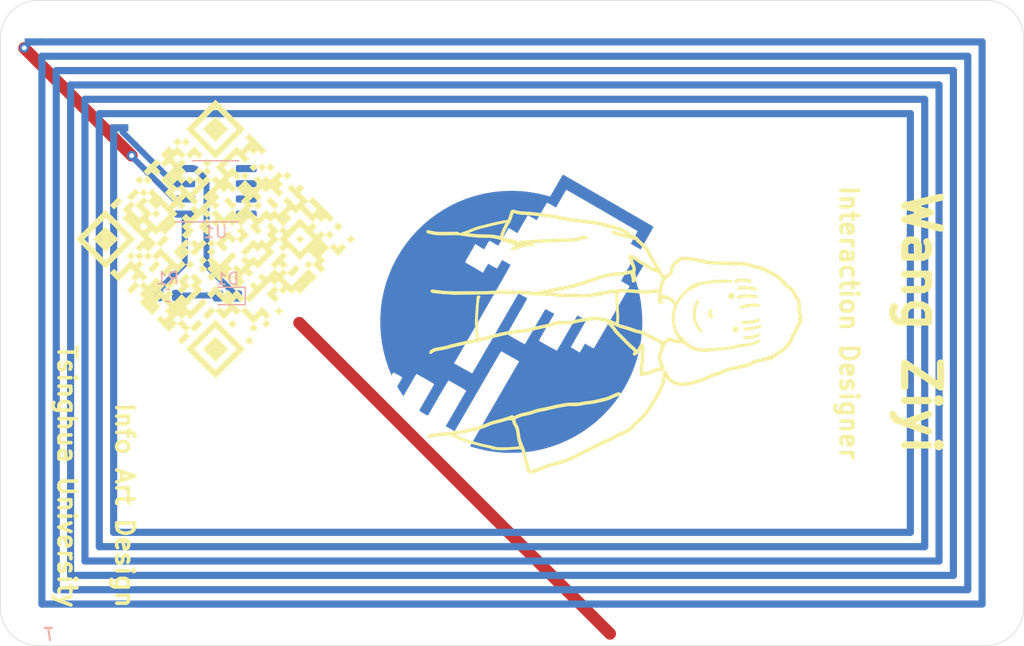
<source format=kicad_pcb>
(kicad_pcb (version 20171130) (host pcbnew "(5.1.9)-1")
  (layers (0 F.Cu signal) (31 B.Cu signal) (34 B.Paste user) (35 F.Paste user) (36 B.SilkS user) (37 F.SilkS user) (38 B.Mask user) (39 F.Mask user) (44 Edge.Cuts user))
  (net 0 "")
  (net 1 "Net-(AE1-Pad2)")
  (net 2 GND)
  (net 3 "Net-(D1-Pad2)")
  (net 4 +3V3)
  (net 5 "Net-(AE1-Pad1)")
  (net 6 "Net-(U1-Pad8)")
  (net 7 "Net-(U1-Pad7)")
  (net 8 "Net-(U1-Pad6)")
  (net 9 "Net-(U1-Pad5)")
  (module Avatars:9王紫伊 (layer F.Cu) (at 152.45 73.01 270)
    (fp_text reference G*** hide)
    (fp_text value LOGO hide)
  )
  (module Card:FutureInteractionDisconnect (layer B.Cu) (at 142.8 73.01)
    (fp_text reference G*** hide)
    (fp_text value LOGO hide)
    (fp_poly (pts (xy 0.476798 10.843159) (xy 0.984689 10.811521) (xy 1.474558 10.756716) (xy 1.960792 10.677047) (xy 2.457777 10.570817) (xy 2.578206 10.541687) (xy 3.286119 10.341214) (xy 3.97344 10.095386) (xy 4.638474 9.805974) (xy 5.279524 9.474753) (xy 5.894894 9.103496) (xy 6.482888 8.693976) (xy 7.04181 8.247968) (xy 7.569964 7.767244) (xy 8.065655 7.253579) (xy 8.527185 6.708745) (xy 8.952859 6.134517) (xy 9.340981 5.532667) (xy 9.689855 4.90497) (xy 9.997785 4.253199) (xy 10.263075 3.579127) (xy 10.484028 2.884529) (xy 10.658949 2.171177) (xy 10.67963 2.0701) (xy 10.801638 1.330457) (xy 10.873378 0.58695) (xy 10.894846 -0.158117) (xy 10.866035 -0.902439) (xy 10.78694 -1.643714) (xy 10.690058 -2.219732) (xy 10.635958 -2.496365) (xy 10.687195 -2.601827) (xy 10.738433 -2.707288) (xy 10.642725 -2.76237) (xy 10.57361 -2.813266) (xy 10.538395 -2.874747) (xy 10.529264 -2.912089) (xy 10.51508 -2.972243) (xy 10.489173 -3.068151) (xy 10.455095 -3.187118) (xy 10.416403 -3.316451) (xy 10.412243 -3.330031) (xy 10.312976 -3.653336) (xy 10.692223 -4.309184) (xy 11.071471 -4.965031) (xy 10.964985 -5.030828) (xy 10.903142 -5.068253) (xy 10.809179 -5.124154) (xy 10.694928 -5.191533) (xy 10.57222 -5.263392) (xy 10.547784 -5.277639) (xy 10.237069 -5.458652) (xy 10.137689 -5.288376) (xy 9.967675 -4.996343) (xy 9.808924 -4.722203) (xy 9.66303 -4.468783) (xy 9.531585 -4.23891) (xy 9.416183 -4.03541) (xy 9.318418 -3.861108) (xy 9.239884 -3.718833) (xy 9.182173 -3.61141) (xy 9.146879 -3.541665) (xy 9.135596 -3.512425) (xy 9.136046 -3.511716) (xy 9.164063 -3.496979) (xy 9.227852 -3.461062) (xy 9.3194 -3.408548) (xy 9.430696 -3.344018) (xy 9.4996 -3.303792) (xy 9.637811 -3.221258) (xy 9.735593 -3.15862) (xy 9.797636 -3.112437) (xy 9.828633 -3.079266) (xy 9.834027 -3.058465) (xy 9.820177 -3.029499) (xy 9.782837 -2.960241) (xy 9.723931 -2.854025) (xy 9.645384 -2.714183) (xy 9.549119 -2.544049) (xy 9.437062 -2.346956) (xy 9.311138 -2.126238) (xy 9.173271 -1.885229) (xy 9.025385 -1.62726) (xy 8.869405 -1.355667) (xy 8.707256 -1.073782) (xy 8.540863 -0.784938) (xy 8.372149 -0.49247) (xy 8.20304 -0.199709) (xy 8.03546 0.090009) (xy 7.871334 0.373352) (xy 7.712586 0.646987) (xy 7.561141 0.907579) (xy 7.418924 1.151796) (xy 7.287859 1.376305) (xy 7.16987 1.577771) (xy 7.066883 1.752862) (xy 6.980822 1.898244) (xy 6.913611 2.010584) (xy 6.867176 2.086548) (xy 6.84344 2.122803) (xy 6.840974 2.125466) (xy 6.808278 2.117555) (xy 6.738414 2.0862) (xy 6.637449 2.034628) (xy 6.511448 1.966064) (xy 6.36648 1.883737) (xy 6.208612 1.790872) (xy 6.183242 1.77566) (xy 6.105384 1.728857) (xy 5.894063 2.096329) (xy 5.823088 2.218199) (xy 5.760368 2.322976) (xy 5.710386 2.403401) (xy 5.677625 2.452217) (xy 5.667121 2.463723) (xy 5.637825 2.451453) (xy 5.575043 2.418207) (xy 5.487566 2.36919) (xy 5.384183 2.309608) (xy 5.273686 2.244664) (xy 5.164865 2.179564) (xy 5.066509 2.119512) (xy 4.98741 2.069714) (xy 4.936358 2.035373) (xy 4.92158 2.02229) (xy 4.933833 1.99713) (xy 4.969152 1.932263) (xy 5.025133 1.83193) (xy 5.09937 1.700376) (xy 5.189458 1.541844) (xy 5.29299 1.360577) (xy 5.407561 1.160818) (xy 5.530766 0.946812) (xy 5.55997 0.896198) (xy 5.684526 0.680078) (xy 5.80079 0.477699) (xy 5.906391 0.293234) (xy 5.998957 0.130856) (xy 6.076116 -0.00526) (xy 6.135498 -0.110942) (xy 6.17473 -0.182016) (xy 6.191441 -0.214307) (xy 6.191837 -0.215823) (xy 6.169285 -0.229211) (xy 6.111795 -0.262713) (xy 6.028445 -0.311082) (xy 5.928313 -0.369071) (xy 5.820475 -0.43143) (xy 5.714011 -0.492914) (xy 5.617997 -0.548273) (xy 5.541511 -0.592261) (xy 5.493632 -0.61963) (xy 5.483312 -0.625412) (xy 5.468283 -0.605464) (xy 5.430101 -0.545036) (xy 5.370888 -0.447717) (xy 5.292762 -0.317094) (xy 5.197843 -0.156756) (xy 5.088252 0.029711) (xy 4.966108 0.238716) (xy 4.833532 0.466674) (xy 4.692643 0.709995) (xy 4.622009 0.832368) (xy 4.477601 1.082663) (xy 4.340473 1.320067) (xy 4.212756 1.540903) (xy 4.096585 1.741495) (xy 3.994093 1.918167) (xy 3.907414 2.067243) (xy 3.838682 2.185046) (xy 3.790029 2.267902) (xy 3.76359 2.312132) (xy 3.759448 2.318529) (xy 3.735327 2.310133) (xy 3.673365 2.28003) (xy 3.579841 2.231692) (xy 3.461036 2.168593) (xy 3.32323 2.094204) (xy 3.172702 2.011998) (xy 3.015732 1.925448) (xy 2.858599 1.838025) (xy 2.707584 1.753204) (xy 2.568966 1.674455) (xy 2.449025 1.605252) (xy 2.354041 1.549067) (xy 2.290293 1.509373) (xy 2.268843 1.494271) (xy 2.266979 1.47259) (xy 2.284275 1.423159) (xy 2.32229 1.342886) (xy 2.382584 1.228679) (xy 2.466716 1.07745) (xy 2.571794 0.893812) (xy 2.685372 0.697133) (xy 2.81263 0.476767) (xy 2.944466 0.248473) (xy 3.071782 0.028007) (xy 3.185479 -0.168875) (xy 3.215098 -0.220164) (xy 3.525594 -0.757828) (xy 3.167325 -0.963385) (xy 3.0277 -1.042281) (xy 2.925374 -1.096862) (xy 2.854557 -1.129721) (xy 2.809459 -1.14345) (xy 2.784291 -1.140642) (xy 2.779722 -1.13692) (xy 2.762251 -1.109847) (xy 2.721702 -1.042493) (xy 2.660279 -0.938641) (xy 2.580188 -0.802073) (xy 2.483633 -0.63657) (xy 2.372819 -0.445915) (xy 2.249951 -0.233888) (xy 2.117234 -0.004271) (xy 1.976872 0.239154) (xy 1.931765 0.3175) (xy 1.789487 0.564379) (xy 1.654156 0.798552) (xy 1.527975 1.016246) (xy 1.41315 1.21369) (xy 1.311885 1.387112) (xy 1.226383 1.53274) (xy 1.158849 1.646802) (xy 1.111487 1.725526) (xy 1.086501 1.76514) (xy 1.083621 1.768911) (xy 1.054992 1.764093) (xy 0.989356 1.736223) (xy 0.892961 1.688891) (xy 0.772051 1.625688) (xy 0.632874 1.550206) (xy 0.481675 1.466035) (xy 0.324701 1.376766) (xy 0.168198 1.285989) (xy 0.018412 1.197296) (xy -0.118411 1.114277) (xy -0.236023 1.040523) (xy -0.32818 0.979625) (xy -0.388635 0.935174) (xy -0.411141 0.91076) (xy -0.411087 0.909645) (xy -0.397314 0.882444) (xy -0.360221 0.815008) (xy -0.301931 0.711067) (xy -0.22457 0.574353) (xy -0.130263 0.408597) (xy -0.021134 0.217531) (xy 0.100691 0.004887) (xy 0.233087 -0.225605) (xy 0.37393 -0.470213) (xy 0.435504 -0.576974) (xy 0.578763 -0.825951) (xy 0.713878 -1.062143) (xy 0.838786 -1.281859) (xy 0.951428 -1.481408) (xy 1.049742 -1.657099) (xy 1.131668 -1.805241) (xy 1.195145 -1.922143) (xy 1.238112 -2.004114) (xy 1.258508 -2.047464) (xy 1.259813 -2.053333) (xy 1.230636 -2.078021) (xy 1.167549 -2.119077) (xy 1.07968 -2.171534) (xy 0.976157 -2.23043) (xy 0.866109 -2.290799) (xy 0.758664 -2.347679) (xy 0.66295 -2.396104) (xy 0.588097 -2.43111) (xy 0.543232 -2.447734) (xy 0.534867 -2.447568) (xy 0.520172 -2.423431) (xy 0.481517 -2.3577) (xy 0.420304 -2.252797) (xy 0.337934 -2.111144) (xy 0.235808 -1.935163) (xy 0.115329 -1.727276) (xy -0.022102 -1.489904) (xy -0.175083 -1.225471) (xy -0.342214 -0.936399) (xy -0.522091 -0.625108) (xy -0.713315 -0.294021) (xy -0.914482 0.054439) (xy -1.124192 0.417851) (xy -1.341043 0.793792) (xy -1.395948 0.889) (xy -1.614299 1.26758) (xy -1.825822 1.634169) (xy -2.02912 1.986351) (xy -2.222792 2.321708) (xy -2.405442 2.637825) (xy -2.575668 2.932284) (xy -2.732075 3.202668) (xy -2.873262 3.446561) (xy -2.99783 3.661546) (xy -3.104383 3.845206) (xy -3.19152 3.995124) (xy -3.257843 4.108884) (xy -3.301953 4.184069) (xy -3.322453 4.218262) (xy -3.323727 4.220125) (xy -3.347562 4.21091) (xy -3.409249 4.179884) (xy -3.502578 4.13052) (xy -3.62134 4.066293) (xy -3.759327 3.990676) (xy -3.910329 3.907143) (xy -4.068139 3.819169) (xy -4.226546 3.730228) (xy -4.379343 3.643793) (xy -4.520319 3.563339) (xy -4.643268 3.492339) (xy -4.741979 3.434268) (xy -4.810243 3.392599) (xy -4.841853 3.370808) (xy -4.842135 3.370533) (xy -4.838087 3.343162) (xy -4.810259 3.29385) (xy -4.80401 3.284947) (xy -4.780083 3.247421) (xy -4.733048 3.169482) (xy -4.664429 3.053775) (xy -4.575747 2.902948) (xy -4.468526 2.719647) (xy -4.344288 2.506516) (xy -4.204555 2.266204) (xy -4.05085 2.001354) (xy -3.884696 1.714615) (xy -3.707615 1.408631) (xy -3.52113 1.086049) (xy -3.326763 0.749515) (xy -3.126037 0.401675) (xy -2.920474 0.045176) (xy -2.711598 -0.317338) (xy -2.50093 -0.683219) (xy -2.289994 -1.049821) (xy -2.080311 -1.414499) (xy -1.873405 -1.774607) (xy -1.670798 -2.127497) (xy -1.474012 -2.470525) (xy -1.28457 -2.801044) (xy -1.103995 -3.116407) (xy -0.93381 -3.41397) (xy -0.775536 -3.691085) (xy -0.630696 -3.945107) (xy -0.500814 -4.173389) (xy -0.387411 -4.373286) (xy -0.29201 -4.542152) (xy -0.216134 -4.677339) (xy -0.161306 -4.776203) (xy -0.129047 -4.836097) (xy -0.12055 -4.854481) (xy -0.148094 -4.872927) (xy -0.20966 -4.910308) (xy -0.296 -4.96131) (xy -0.397867 -5.020616) (xy -0.506014 -5.08291) (xy -0.611194 -5.142878) (xy -0.70416 -5.195204) (xy -0.775665 -5.234572) (xy -0.816461 -5.255667) (xy -0.822178 -5.2578) (xy -0.838059 -5.236966) (xy -0.874508 -5.179447) (xy -0.926976 -5.092712) (xy -0.990913 -4.984229) (xy -1.032724 -4.912095) (xy -1.102552 -4.79303) (xy -1.165122 -4.690318) (xy -1.215493 -4.611763) (xy -1.248727 -4.565171) (xy -1.258171 -4.55588) (xy -1.288054 -4.564389) (xy -1.35364 -4.59469) (xy -1.446906 -4.642711) (xy -1.559832 -4.70438) (xy -1.637655 -4.748519) (xy -1.990869 -4.951668) (xy -2.149317 -4.679284) (xy -2.217631 -4.562121) (xy -2.283393 -4.449812) (xy -2.338709 -4.355815) (xy -2.373162 -4.297784) (xy -2.438558 -4.188668) (xy -2.546429 -4.262275) (xy -2.597072 -4.294445) (xy -2.684832 -4.3476) (xy -2.80268 -4.417593) (xy -2.943589 -4.500277) (xy -3.100528 -4.591503) (xy -3.2639 -4.68565) (xy -3.424814 -4.778382) (xy -3.572138 -4.864052) (xy -3.699845 -4.939097) (xy -3.80191 -4.999949) (xy -3.872307 -5.043043) (xy -3.90501 -5.064814) (xy -3.905734 -5.065449) (xy -3.910202 -5.082339) (xy -3.901796 -5.116628) (xy -3.878477 -5.17232) (xy -3.838203 -5.25342) (xy -3.778934 -5.363933) (xy -3.698629 -5.507865) (xy -3.595247 -5.68922) (xy -3.531084 -5.800695) (xy -3.432139 -5.972688) (xy -3.341858 -6.130582) (xy -3.263264 -6.269015) (xy -3.19938 -6.382622) (xy -3.153231 -6.466041) (xy -3.127838 -6.513907) (xy -3.123812 -6.523205) (xy -3.111402 -6.557575) (xy -3.100951 -6.57599) (xy -3.080344 -6.590961) (xy -3.043599 -6.583451) (xy -2.980525 -6.550329) (xy -2.942589 -6.52732) (xy -2.749686 -6.408294) (xy -2.597127 -6.315195) (xy -2.482465 -6.246571) (xy -2.403252 -6.200974) (xy -2.357039 -6.176953) (xy -2.343024 -6.1722) (xy -2.324092 -6.193152) (xy -2.285107 -6.251056) (xy -2.230736 -6.338485) (xy -2.165646 -6.448011) (xy -2.120011 -6.527164) (xy -2.050271 -6.647126) (xy -1.987949 -6.749842) (xy -1.937776 -6.827859) (xy -1.904486 -6.873724) (xy -1.894188 -6.882764) (xy -1.865233 -6.870804) (xy -1.800524 -6.837362) (xy -1.708056 -6.786776) (xy -1.595824 -6.723386) (xy -1.520929 -6.6802) (xy -1.401491 -6.611244) (xy -1.297982 -6.552313) (xy -1.218106 -6.507727) (xy -1.169566 -6.481804) (xy -1.158573 -6.477) (xy -1.141528 -6.497567) (xy -1.104805 -6.553403) (xy -1.053996 -6.635708) (xy -1.001138 -6.72465) (xy -0.943078 -6.823665) (xy -0.865712 -6.955218) (xy -0.775624 -7.108136) (xy -0.679395 -7.271248) (xy -0.583609 -7.433381) (xy -0.567759 -7.460184) (xy -0.279207 -7.948068) (xy 0.455887 -7.523734) (xy 0.866825 -8.238617) (xy 0.967402 -8.413009) (xy 1.060911 -8.574047) (xy 1.144103 -8.716219) (xy 1.213727 -8.834015) (xy 1.266536 -8.921926) (xy 1.299281 -8.974441) (xy 1.307807 -8.986519) (xy 1.327383 -8.994683) (xy 1.363309 -8.987875) (xy 1.421643 -8.963388) (xy 1.508445 -8.918513) (xy 1.629772 -8.850544) (xy 1.691276 -8.815157) (xy 1.811773 -8.746037) (xy 1.916721 -8.6869) (xy 1.998341 -8.642044) (xy 2.048855 -8.615768) (xy 2.061268 -8.610688) (xy 2.077453 -8.631871) (xy 2.115688 -8.692012) (xy 2.172874 -8.78593) (xy 2.245914 -8.908443) (xy 2.331708 -9.054371) (xy 2.427158 -9.218533) (xy 2.490374 -9.32815) (xy 2.590527 -9.502048) (xy 2.682946 -9.661936) (xy 2.764507 -9.802454) (xy 2.832086 -9.918243) (xy 2.88256 -10.003945) (xy 2.912803 -10.054199) (xy 2.919983 -10.065158) (xy 2.946486 -10.059565) (xy 3.009077 -10.031782) (xy 3.100194 -9.985601) (xy 3.212271 -9.924811) (xy 3.304985 -9.872229) (xy 3.672914 -9.659841) (xy 4.531862 -11.148983) (xy 4.647181 -11.084657) (xy 4.745495 -11.029327) (xy 4.878742 -10.953582) (xy 5.043824 -10.85922) (xy 5.237643 -10.74804) (xy 5.4571 -10.62184) (xy 5.699097 -10.482418) (xy 5.960536 -10.331574) (xy 6.238318 -10.171106) (xy 6.529346 -10.002811) (xy 6.830521 -9.82849) (xy 7.138744 -9.64994) (xy 7.450919 -9.468959) (xy 7.763945 -9.287347) (xy 8.074726 -9.106902) (xy 8.380163 -8.929423) (xy 8.677157 -8.756707) (xy 8.962611 -8.590554) (xy 9.233426 -8.432762) (xy 9.486504 -8.28513) (xy 9.718747 -8.149456) (xy 9.927056 -8.027539) (xy 10.108334 -7.921176) (xy 10.259481 -7.832168) (xy 10.377401 -7.762312) (xy 10.458993 -7.713406) (xy 10.501161 -7.68725) (xy 10.506485 -7.683316) (xy 10.497286 -7.654357) (xy 10.46572 -7.588192) (xy 10.415246 -7.49136) (xy 10.349323 -7.3704) (xy 10.271409 -7.231851) (xy 10.224413 -7.150028) (xy 10.141958 -7.005108) (xy 10.070332 -6.874558) (xy 10.012842 -6.7648) (xy 9.972795 -6.682257) (xy 9.9535 -6.63335) (xy 9.953021 -6.623018) (xy 9.980019 -6.604656) (xy 10.041235 -6.567003) (xy 10.128288 -6.514927) (xy 10.232797 -6.453294) (xy 10.346382 -6.386968) (xy 10.460661 -6.320818) (xy 10.567255 -6.259708) (xy 10.657782 -6.208505) (xy 10.723862 -6.172076) (xy 10.757113 -6.155285) (xy 10.759427 -6.154793) (xy 10.772426 -6.177069) (xy 10.808159 -6.238814) (xy 10.864001 -6.335479) (xy 10.937327 -6.462514) (xy 11.025512 -6.615372) (xy 11.12593 -6.789503) (xy 11.235957 -6.980358) (xy 11.302268 -7.095411) (xy 11.424496 -7.308908) (xy 11.534096 -7.503137) (xy 11.62898 -7.674229) (xy 11.707058 -7.818311) (xy 11.766244 -7.931512) (xy 11.804449 -8.009962) (xy 11.819584 -8.049789) (xy 11.819201 -8.053758) (xy 11.793341 -8.070444) (xy 11.726342 -8.110703) (xy 11.620964 -8.172945) (xy 11.479967 -8.255581) (xy 11.306114 -8.35702) (xy 11.102164 -8.475674) (xy 10.870878 -8.609951) (xy 10.615018 -8.758263) (xy 10.337343 -8.91902) (xy 10.040614 -9.090632) (xy 9.727593 -9.27151) (xy 9.40104 -9.460063) (xy 9.063716 -9.654702) (xy 8.718381 -9.853837) (xy 8.367797 -10.055878) (xy 8.014724 -10.259236) (xy 7.661922 -10.462322) (xy 7.312153 -10.663544) (xy 6.968178 -10.861314) (xy 6.632756 -11.054042) (xy 6.30865 -11.240138) (xy 5.998619 -11.418012) (xy 5.705424 -11.586075) (xy 5.431827 -11.742737) (xy 5.180587 -11.886409) (xy 4.954466 -12.015499) (xy 4.756225 -12.12842) (xy 4.588623 -12.22358) (xy 4.454423 -12.299391) (xy 4.356384 -12.354262) (xy 4.297268 -12.386604) (xy 4.279741 -12.3952) (xy 4.250856 -12.374613) (xy 4.20655 -12.320076) (xy 4.155381 -12.242424) (xy 4.144306 -12.22375) (xy 4.10714 -12.159655) (xy 4.048542 -12.058342) (xy 3.972437 -11.92661) (xy 3.882752 -11.771259) (xy 3.783412 -11.599088) (xy 3.678343 -11.416897) (xy 3.620006 -11.3157) (xy 3.518863 -11.140318) (xy 3.426042 -10.979555) (xy 3.344523 -10.838554) (xy 3.277283 -10.722459) (xy 3.227302 -10.636417) (xy 3.197559 -10.58557) (xy 3.190352 -10.573648) (xy 3.16546 -10.578053) (xy 3.100997 -10.593975) (xy 3.006248 -10.619014) (xy 2.890498 -10.650768) (xy 2.868982 -10.656778) (xy 2.179465 -10.824098) (xy 1.473229 -10.945348) (xy 0.755268 -11.020388) (xy 0.030576 -11.049075) (xy -0.695852 -11.031266) (xy -1.419022 -10.966818) (xy -2.13394 -10.85559) (xy -2.377149 -10.806469) (xy -3.091019 -10.628093) (xy -3.78564 -10.403717) (xy -4.459279 -10.135027) (xy -5.110204 -9.823706) (xy -5.73668 -9.47144) (xy -6.336975 -9.079914) (xy -6.909355 -8.650813) (xy -7.452089 -8.185823) (xy -7.963441 -7.686626) (xy -8.44168 -7.15491) (xy -8.885073 -6.592358) (xy -9.291885 -6.000657) (xy -9.660384 -5.381489) (xy -9.988838 -4.736542) (xy -10.275512 -4.067499) (xy -10.518674 -3.376045) (xy -10.705417 -2.709609) (xy -10.855206 -1.996713) (xy -10.956265 -1.273971) (xy -11.008864 -0.544935) (xy -11.013276 0.186843) (xy -10.96977 0.917811) (xy -10.878618 1.644416) (xy -10.740092 2.363108) (xy -10.554461 3.070334) (xy -10.321997 3.762541) (xy -10.185078 4.109643) (xy -10.07652 4.371185) (xy -10.014684 4.26232) (xy -9.973392 4.195385) (xy -9.938334 4.148296) (xy -9.926474 4.137155) (xy -9.897913 4.144185) (xy -9.834872 4.172127) (xy -9.746552 4.215965) (xy -9.642155 4.270678) (xy -9.530883 4.331248) (xy -9.421938 4.392656) (xy -9.324521 4.449883) (xy -9.247835 4.497909) (xy -9.201081 4.531717) (xy -9.198038 4.534467) (xy -9.188641 4.552931) (xy -9.192238 4.584273) (xy -9.211619 4.634749) (xy -9.249572 4.710616) (xy -9.30889 4.818128) (xy -9.379424 4.941202) (xy -9.595673 5.315065) (xy -9.542201 5.407083) (xy -9.495868 5.484434) (xy -9.433425 5.585479) (xy -9.362038 5.698978) (xy -9.288871 5.813695) (xy -9.22109 5.918392) (xy -9.16586 6.001832) (xy -9.1313 6.051501) (xy -9.0805 6.119745) (xy -8.560943 5.216605) (xy -8.447866 5.020317) (xy -8.341986 4.837045) (xy -8.246126 4.671634) (xy -8.163107 4.52893) (xy -8.09575 4.41378) (xy -8.046879 4.33103) (xy -8.019314 4.285524) (xy -8.014843 4.27878) (xy -7.999627 4.273543) (xy -7.967701 4.280546) (xy -7.915107 4.30179) (xy -7.837885 4.339275) (xy -7.732077 4.395003) (xy -7.593726 4.470975) (xy -7.418872 4.569192) (xy -7.24535 4.667806) (xy -7.069041 4.768995) (xy -6.907678 4.862832) (xy -6.766374 4.946249) (xy -6.650242 5.016177) (xy -6.564394 5.069546) (xy -6.513942 5.103289) (xy -6.5024 5.113779) (xy -6.514744 5.139551) (xy -6.550146 5.204943) (xy -6.606162 5.305639) (xy -6.68035 5.437321) (xy -6.770267 5.595674) (xy -6.873469 5.776382) (xy -6.987512 5.975129) (xy -7.109955 6.187599) (xy -7.124863 6.213408) (xy -7.248334 6.427429) (xy -7.363912 6.628381) (xy -7.469126 6.811922) (xy -7.561504 6.973712) (xy -7.638573 7.109408) (xy -7.697861 7.214669) (xy -7.736897 7.285154) (xy -7.753209 7.316522) (xy -7.753513 7.317416) (xy -7.734805 7.33856) (xy -7.679116 7.379844) (xy -7.593686 7.436403) (xy -7.485756 7.503373) (xy -7.407105 7.550102) (xy -7.273259 7.627504) (xy -7.176164 7.68116) (xy -7.109295 7.713926) (xy -7.066124 7.728655) (xy -7.040125 7.728203) (xy -7.025798 7.716885) (xy -7.008417 7.68856) (xy -6.967898 7.620001) (xy -6.906444 7.515003) (xy -6.826258 7.377358) (xy -6.729543 7.210863) (xy -6.618502 7.01931) (xy -6.495339 6.806494) (xy -6.362256 6.576208) (xy -6.221456 6.332248) (xy -6.17358 6.249223) (xy -6.030885 6.002351) (xy -5.895079 5.768628) (xy -5.768362 5.551761) (xy -5.652934 5.355458) (xy -5.550995 5.183424) (xy -5.464744 5.039367) (xy -5.396382 4.926994) (xy -5.348109 4.850011) (xy -5.322124 4.812126) (xy -5.31873 4.8088) (xy -5.291092 4.818252) (xy -5.22652 4.849717) (xy -5.131197 4.899669) (xy -5.011306 4.964584) (xy -4.873028 5.040937) (xy -4.722548 5.125203) (xy -4.566048 5.213858) (xy -4.40971 5.303377) (xy -4.259718 5.390236) (xy -4.122254 5.470909) (xy -4.0035 5.541872) (xy -3.90964 5.599601) (xy -3.846857 5.64057) (xy -3.821332 5.661255) (xy -3.821163 5.662539) (xy -3.834986 5.686479) (xy -3.872027 5.750678) (xy -3.930125 5.851386) (xy -4.007118 5.984856) (xy -4.100845 6.147341) (xy -4.209143 6.335093) (xy -4.329851 6.544364) (xy -4.460806 6.771406) (xy -4.599848 7.012472) (xy -4.635278 7.0739) (xy -4.777342 7.320144) (xy -4.912933 7.555043) (xy -5.039747 7.774611) (xy -5.155478 7.974864) (xy -5.257823 8.151818) (xy -5.344476 8.301489) (xy -5.413132 8.419891) (xy -5.461488 8.503041) (xy -5.487237 8.546954) (xy -5.489459 8.550657) (xy -5.537891 8.630414) (xy -5.183336 8.836407) (xy -5.062378 8.905981) (xy -4.95657 8.965514) (xy -4.873764 9.010693) (xy -4.821815 9.037205) (xy -4.808341 9.042384) (xy -4.793541 9.02077) (xy -4.754785 8.957527) (xy -4.693468 8.855046) (xy -4.610985 8.715719) (xy -4.508733 8.54194) (xy -4.388107 8.3361) (xy -4.250502 8.100592) (xy -4.097313 7.837807) (xy -3.929938 7.550139) (xy -3.74977 7.239978) (xy -3.558205 6.909718) (xy -3.35664 6.56175) (xy -3.146469 6.198467) (xy -2.929089 5.822261) (xy -2.859819 5.702284) (xy -2.640444 5.322512) (xy -2.427811 4.954916) (xy -2.223316 4.601889) (xy -2.028357 4.265822) (xy -1.844333 3.949108) (xy -1.67264 3.65414) (xy -1.514676 3.38331) (xy -1.371838 3.139011) (xy -1.245525 2.923634) (xy -1.137133 2.739574) (xy -1.048061 2.589221) (xy -0.979706 2.474969) (xy -0.933465 2.39921) (xy -0.910737 2.364336) (xy -0.908677 2.3622) (xy -0.883983 2.374197) (xy -0.821417 2.407837) (xy -0.727235 2.459595) (xy -0.607691 2.525945) (xy -0.469041 2.603361) (xy -0.317539 2.688318) (xy -0.159441 2.77729) (xy -0.001002 2.866752) (xy 0.151523 2.953178) (xy 0.291879 3.033042) (xy 0.413811 3.102819) (xy 0.511064 3.158982) (xy 0.577382 3.198008) (xy 0.605815 3.21583) (xy 0.597824 3.238062) (xy 0.567109 3.28585) (xy 0.55202 3.306682) (xy 0.533848 3.33594) (xy 0.491753 3.406662) (xy 0.427202 3.516313) (xy 0.341664 3.662358) (xy 0.236609 3.842263) (xy 0.113506 4.053493) (xy -0.026177 4.293515) (xy -0.180972 4.559792) (xy -0.349408 4.849792) (xy -0.530017 5.160979) (xy -0.72133 5.490818) (xy -0.921879 5.836776) (xy -1.130194 6.196318) (xy -1.344806 6.566908) (xy -1.564248 6.946013) (xy -1.787048 7.331099) (xy -2.01174 7.71963) (xy -2.236854 8.109072) (xy -2.46092 8.49689) (xy -2.682471 8.880551) (xy -2.900037 9.257518) (xy -3.112149 9.625259) (xy -3.317339 9.981238) (xy -3.496308 10.291954) (xy -3.479985 10.309903) (xy -3.420145 10.336587) (xy -3.323004 10.370372) (xy -3.194775 10.409626) (xy -3.041674 10.452715) (xy -2.869914 10.498006) (xy -2.685711 10.543866) (xy -2.495278 10.588661) (xy -2.30483 10.63076) (xy -2.120582 10.668528) (xy -1.948748 10.700332) (xy -1.9304 10.703476) (xy -1.598835 10.755753) (xy -1.288473 10.795474) (xy -0.984184 10.823852) (xy -0.670839 10.842104) (xy -0.333305 10.851442) (xy -0.0635 10.853328) (xy 0.476798 10.843159)) (layer B.Cu) (width 0.01))
  )
  (module Card:interact.cool (layer F.Cu) (at 118 66 45)
    (fp_text reference QR hide)
    (fp_text value https://interact.cool/ hide)
  )
  (module Card:NFC-Antenna_6_79.24x47.62_0.6x0.6mm (layer B.Cu) (at 142.8 73.01)
    (fp_text reference AE1 hide)
    (fp_text value Antenna_Loop)
    (fp_line (start -39.32 -23.51) (end 39.32 -23.51) (layer B.Cu) (width 0.6))
    (fp_line (start 39.32 -23.51) (end 39.32 23.51) (layer B.Cu) (width 0.6))
    (fp_line (start 39.32 23.51) (end -39.32 23.51) (layer B.Cu) (width 0.6))
    (fp_line (start -39.32 23.51) (end -39.32 -22.31) (layer B.Cu) (width 0.6))
    (fp_line (start -39.32 -22.31) (end 38.12 -22.31) (layer B.Cu) (width 0.6))
    (fp_line (start 38.12 -22.31) (end 38.12 22.31) (layer B.Cu) (width 0.6))
    (fp_line (start 38.12 22.31) (end -38.12 22.31) (layer B.Cu) (width 0.6))
    (fp_line (start -38.12 22.31) (end -38.12 -21.11) (layer B.Cu) (width 0.6))
    (fp_line (start -38.12 -21.11) (end 36.92 -21.11) (layer B.Cu) (width 0.6))
    (fp_line (start 36.92 -21.11) (end 36.92 21.11) (layer B.Cu) (width 0.6))
    (fp_line (start 36.92 21.11) (end -36.92 21.11) (layer B.Cu) (width 0.6))
    (fp_line (start -36.92 21.11) (end -36.92 -19.91) (layer B.Cu) (width 0.6))
    (fp_line (start -36.92 -19.91) (end 35.72 -19.91) (layer B.Cu) (width 0.6))
    (fp_line (start 35.72 -19.91) (end 35.72 19.91) (layer B.Cu) (width 0.6))
    (fp_line (start 35.72 19.91) (end -35.72 19.91) (layer B.Cu) (width 0.6))
    (fp_line (start -35.72 19.91) (end -35.72 -18.71) (layer B.Cu) (width 0.6))
    (fp_line (start -35.72 -18.71) (end 34.52 -18.71) (layer B.Cu) (width 0.6))
    (fp_line (start 34.52 -18.71) (end 34.52 18.71) (layer B.Cu) (width 0.6))
    (fp_line (start 34.52 18.71) (end -34.52 18.71) (layer B.Cu) (width 0.6))
    (fp_line (start -34.52 18.71) (end -34.52 -17.51) (layer B.Cu) (width 0.6))
    (fp_line (start -34.52 -17.51) (end 33.32 -17.51) (layer B.Cu) (width 0.6))
    (fp_line (start 33.32 -17.51) (end 33.32 17.51) (layer B.Cu) (width 0.6))
    (fp_line (start 33.32 17.51) (end -33.32 17.51) (layer B.Cu) (width 0.6))
    (fp_line (start -33.32 17.51) (end -33.32 -16.31) (layer B.Cu) (width 0.6))
    (pad 2 smd rect (at -40 -23.51) (size 1.524 0.6) (layers B.Cu) (net 1 "Net-(AE1-Pad2)"))
    (pad 1 smd rect (at -32.85 -16.325) (size 1.524 0.6) (layers B.Cu) (net 5 "Net-(AE1-Pad1)"))
  )
  (module Package_SO:SO-8_3.9x4.9mm_P1.27mm (layer B.Cu) (at 118 62)
    (fp_text reference U1 (at 0 3.4) (layer B.SilkS) (effects (justify mirror)))
    (fp_text value M24LR04E-R)
    (pad 8 smd roundrect (at 2.575 1.905) (size 1.75 0.6) (layers B.Cu B.Paste B.Mask) (net 6 "Net-(U1-Pad8)"))
    (pad 7 smd roundrect (at 2.575 0.635) (size 1.75 0.6) (layers B.Cu B.Paste B.Mask) (net 7 "Net-(U1-Pad7)"))
    (pad 6 smd roundrect (at 2.575 -0.635) (size 1.75 0.6) (layers B.Cu B.Paste B.Mask) (net 8 "Net-(U1-Pad6)"))
    (pad 5 smd roundrect (at 2.575 -1.905) (size 1.75 0.6) (layers B.Cu B.Paste B.Mask) (net 9 "Net-(U1-Pad5)"))
    (pad 4 smd roundrect (at -2.575 -1.905) (size 1.75 0.6) (layers B.Cu B.Paste B.Mask) (net 2 GND))
    (pad 3 smd roundrect (at -2.575 -0.635) (size 1.75 0.6) (layers B.Cu B.Paste B.Mask) (net 5 "Net-(AE1-Pad1)"))
    (pad 2 smd roundrect (at -2.575 0.635) (size 1.75 0.6) (layers B.Cu B.Paste B.Mask) (net 1 "Net-(AE1-Pad2)"))
    (pad 1 smd roundrect (at -2.575 1.905) (size 1.75 0.6) (layers B.Cu B.Paste B.Mask) (net 4 +3V3))
  )
  (module Resistor_SMD:R_0603_1608Metric (layer B.Cu) (at 114 70.71 180)
    (fp_text reference R1 (at 0 1.43) (layer B.SilkS) (effects (justify mirror)))
    (fp_text value R)
    (pad 2 smd roundrect (at 0.7875 0 180) (size 0.875 0.95) (layers B.Cu B.Paste B.Mask) (net 4 +3V3))
    (pad 1 smd roundrect (at -0.7875 0 180) (size 0.875 0.95) (layers B.Cu B.Paste B.Mask) (net 3 "Net-(D1-Pad2)"))
  )
  (module LED_SMD:LED_0603_1608Metric (layer B.Cu) (at 119 70.75 180)
    (fp_text reference D1 (at 0 1.43) (layer B.SilkS) (effects (justify mirror)))
    (fp_text value LED)
    (pad 2 smd roundrect (at 0.7875 0 180) (size 0.875 0.95) (layers B.Cu B.Paste B.Mask) (net 3 "Net-(D1-Pad2)"))
    (pad 1 smd roundrect (at -0.7875 0 180) (size 0.875 0.95) (layers B.Cu B.Paste B.Mask) (net 2 GND))
  )
  (gr_text T (at 104.14 99.06) (layer B.SilkS) (effects (font (size 1 1) (thickness 0.2) italic) (justify mirror)))
  (gr_text "Info Art Design\n\nTsinghua University" (at 108 97 270) (layer F.SilkS) (effects (font (size 1.5 1.5) (thickness 0.3)) (justify right)))
  (gr_text "Interaction Designer" (at 171 73 -90) (layer F.SilkS) (effects (font (size 1.5 1.5) (thickness 0.3))))
  (gr_text "Wang Ziyi" (at 177 73 -90) (layer F.SilkS) (effects (font (size 3 3) (thickness 0.6))))
  (gr_line (start 103.18 100) (end 182.42 100) (layer Edge.Cuts) (width 0.05))
  (gr_line (start 185.6 49.2) (end 185.6 96.82) (layer Edge.Cuts) (width 0.05))
  (gr_line (start 100 49.2) (end 100 96.82) (layer Edge.Cuts) (width 0.05))
  (gr_line (start 103.18 46.02) (end 182.42 46.02) (layer Edge.Cuts) (width 0.05))
  (gr_arc (start 103.18 49.2) (end 103.18 46.02) (angle -90) (layer Edge.Cuts) (width 0.05))
  (gr_arc (start 182.42 49.2) (end 185.6 49.2) (angle -90) (layer Edge.Cuts) (width 0.05))
  (gr_arc (start 103.18 96.82) (end 100 96.82) (angle -90) (layer Edge.Cuts) (width 0.05))
  (gr_arc (start 182.42 96.82) (end 182.42 100) (angle -90) (layer Edge.Cuts) (width 0.05))
  (segment (start 125 73) (end 151 99) (width 1) (layer F.Cu) (net 0))
  (via (at 110.991459 59.008541) (size 0.8) (drill 0.4) (layers F.Cu B.Cu) (net 1))
  (segment (start 110.991459 59.076459) (end 110.991459 59.008541) (width 0.5) (layer B.Cu) (net 1))
  (segment (start 115.425 62.635) (end 114.55 62.635) (width 0.5) (layer B.Cu) (net 1))
  (segment (start 114.55 62.635) (end 110.991459 59.076459) (width 0.5) (layer B.Cu) (net 1))
  (via (at 102 50) (size 0.8) (drill 0.4) (layers F.Cu B.Cu) (net 1))
  (segment (start 110.991459 59.008541) (end 102 50.017082) (width 1) (layer F.Cu) (net 1))
  (segment (start 102 50.017082) (end 102 50) (width 0.5) (layer F.Cu) (net 1))
  (segment (start 102.5 49.5) (end 102.72999 49.5) (width 0.5) (layer B.Cu) (net 1))
  (segment (start 102 50) (end 102.5 49.5) (width 0.5) (layer B.Cu) (net 1))
  (segment (start 116.3 60.095) (end 117.25 61.045) (width 0.5) (layer B.Cu) (net 2))
  (segment (start 115.425 60.095) (end 116.3 60.095) (width 0.5) (layer B.Cu) (net 2))
  (segment (start 117.25 68.2125) (end 119.7875 70.75) (width 0.5) (layer B.Cu) (net 2))
  (segment (start 117.25 61.045) (end 117.25 68.2125) (width 0.5) (layer B.Cu) (net 2))
  (segment (start 118.1725 70.71) (end 118.2125 70.75) (width 0.5) (layer B.Cu) (net 3))
  (segment (start 114.7875 70.71) (end 118.1725 70.71) (width 0.5) (layer B.Cu) (net 3))
  (segment (start 115.425 63.905) (end 115.425 68.075) (width 0.5) (layer B.Cu) (net 4))
  (segment (start 113.2125 70.2875) (end 113.2125 70.71) (width 0.5) (layer B.Cu) (net 4))
  (segment (start 115.425 68.075) (end 113.2125 70.2875) (width 0.5) (layer B.Cu) (net 4))
  (segment (start 110.23001 57.04501) (end 110.23001 56.685) (width 0.5) (layer B.Cu) (net 5))
  (segment (start 115.425 61.365) (end 114.55 61.365) (width 0.5) (layer B.Cu) (net 5))
  (segment (start 114.55 61.365) (end 110.23001 57.04501) (width 0.5) (layer B.Cu) (net 5))
)
</source>
